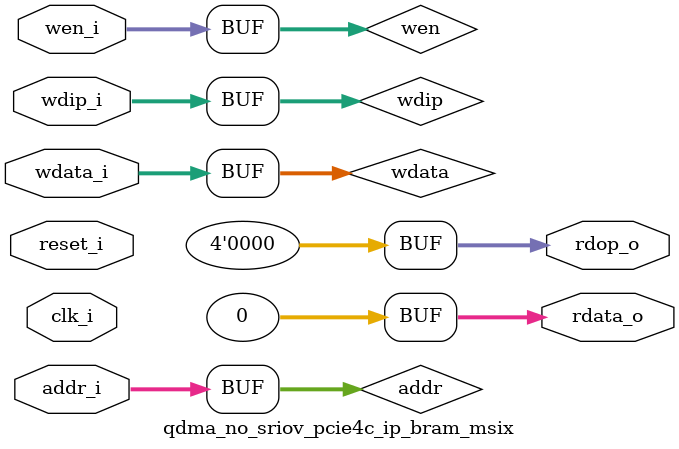
<source format=v>
`timescale 1ps/1ps

(* DowngradeIPIdentifiedWarnings = "yes" *)
module qdma_no_sriov_pcie4c_ip_bram_msix #(

  parameter           TCQ = 100
, parameter           TO_RAM_PIPELINE="FALSE"
, parameter           FROM_RAM_PIPELINE="FALSE"
, parameter           MSIX_CAP_TABLE_SIZE=11'h0
, parameter           MSIX_TABLE_RAM_ENABLE="FALSE"

  ) (

  input  wire         clk_i,
  input  wire         reset_i,

  input  wire  [12:0] addr_i,
  input  wire  [31:0] wdata_i,
  input  wire   [3:0] wdip_i,
  input  wire   [3:0] wen_i,
  output wire  [31:0] rdata_o,
  output wire   [3:0] rdop_o

  );

  // WIP : Use Total number of functions (PFs + VFs) to calculate the NUM_BRAM_4K
  localparam integer NUM_BRAM_4K = (MSIX_TABLE_RAM_ENABLE == "TRUE") ? 8 : 0 ;
 

  reg          [12:0] addr;
  reg          [12:0] addr_p0;
  reg          [12:0] addr_p1;
  reg          [31:0] wdata;
  reg           [3:0] wdip;
  reg           [3:0] wen;
  reg          [31:0] reg_rdata;
  reg           [3:0] reg_rdop;
  wire         [31:0] rdata;
  wire          [3:0] rdop;
  genvar              i;
  wire    [(8*4)-1:0] bram_4k_wen;
  wire   [(8*32)-1:0] rdata_t;
  wire    [(8*4)-1:0] rdop_t;

  //
  // Optional input pipe stages
  //
  generate

    if (TO_RAM_PIPELINE == "TRUE") begin : TORAMPIPELINE

      always @(posedge clk_i) begin
     
        if (reset_i) begin

          addr <= #(TCQ) 13'b0;
          wdata <= #(TCQ) 32'b0;
          wdip <= #(TCQ) 4'b0;
          wen <= #(TCQ) 4'b0;

        end else begin

          addr <= #(TCQ) addr_i;
          wdata <= #(TCQ) wdata_i;
          wdip <= #(TCQ) wdip_i;
          wen <= #(TCQ) wen_i;

        end

      end

    end else begin : NOTORAMPIPELINE

      always @(*) begin

          addr = addr_i;
          wdata = wdata_i;
          wdip = wdip_i;
          wen = wen_i;

      end


    end

  endgenerate

  // 
  // Address pipeline
  //
  always @(posedge clk_i) begin
     
    if (reset_i) begin

      addr_p0 <= #(TCQ) 13'b0;
      addr_p1 <= #(TCQ) 13'b0;

    end else begin

      addr_p0 <= #(TCQ) addr;
      addr_p1 <= #(TCQ) addr_p0;

    end

  end

  //
  // Optional output pipe stages
  //
  generate

    if (FROM_RAM_PIPELINE == "TRUE") begin : FRMRAMPIPELINE


      always @(posedge clk_i) begin
     
        if (reset_i) begin

          reg_rdata <= #(TCQ) 32'b0;
          reg_rdop <= #(TCQ) 4'b0;

        end else begin

          case (addr_p1[12:10]) 
            3'b000 : begin
              reg_rdata <= #(TCQ) rdata_t[(32*(0))+31:(32*(0))+0];
              reg_rdop <= #(TCQ) rdop_t[(4*(0))+3:(4*(0))+0];
            end
            3'b001 : begin
              reg_rdata <= #(TCQ) rdata_t[(32*(1))+31:(32*(1))+0];
              reg_rdop <= #(TCQ) rdop_t[(4*(1))+3:(4*(1))+0];
            end
            3'b010 : begin
              reg_rdata <= #(TCQ) rdata_t[(32*(2))+31:(32*(2))+0];
              reg_rdop <= #(TCQ) rdop_t[(4*(2))+3:(4*(2))+0];
            end
            3'b011 : begin
              reg_rdata <= #(TCQ) rdata_t[(32*(3))+31:(32*(3))+0];
              reg_rdop <= #(TCQ) rdop_t[(4*(3))+3:(4*(3))+0];
            end
            3'b100 : begin
              reg_rdata <= #(TCQ) rdata_t[(32*(4))+31:(32*(4))+0];
              reg_rdop <= #(TCQ) rdop_t[(4*(4))+3:(4*(4))+0];
            end
            3'b101 : begin
              reg_rdata <= #(TCQ) rdata_t[(32*(5))+31:(32*(5))+0];
              reg_rdop <= #(TCQ) rdop_t[(4*(5))+3:(4*(5))+0];
            end
            3'b110 : begin
              reg_rdata <= #(TCQ) rdata_t[(32*(6))+31:(32*(6))+0];
              reg_rdop <= #(TCQ) rdop_t[(4*(6))+3:(4*(6))+0];
            end
            3'b111 : begin
              reg_rdata <= #(TCQ) rdata_t[(32*(7))+31:(32*(7))+0];
              reg_rdop <= #(TCQ) rdop_t[(4*(7))+3:(4*(7))+0];
            end
          endcase

        end

      end

    end else begin : NOFRMRAMPIPELINE

      always @(*) begin

          case (addr_p1[12:10]) 
            3'b000 : begin
              reg_rdata <= #(TCQ) rdata_t[(32*(0))+31:(32*(0))+0];
              reg_rdop <= #(TCQ) rdop_t[(4*(0))+3:(4*(0))+0];
            end
            3'b001 : begin
              reg_rdata <= #(TCQ) rdata_t[(32*(1))+31:(32*(1))+0];
              reg_rdop <= #(TCQ) rdop_t[(4*(1))+3:(4*(1))+0];
            end
            3'b010 : begin
              reg_rdata <= #(TCQ) rdata_t[(32*(2))+31:(32*(2))+0];
              reg_rdop <= #(TCQ) rdop_t[(4*(2))+3:(4*(2))+0];
            end
            3'b011 : begin
              reg_rdata <= #(TCQ) rdata_t[(32*(3))+31:(32*(3))+0];
              reg_rdop <= #(TCQ) rdop_t[(4*(3))+3:(4*(3))+0];
            end
            3'b100 : begin
              reg_rdata <= #(TCQ) rdata_t[(32*(4))+31:(32*(4))+0];
              reg_rdop <= #(TCQ) rdop_t[(4*(4))+3:(4*(4))+0];
            end
            3'b101 : begin
              reg_rdata <= #(TCQ) rdata_t[(32*(5))+31:(32*(5))+0];
              reg_rdop <= #(TCQ) rdop_t[(4*(5))+3:(4*(5))+0];
            end
            3'b110 : begin
              reg_rdata <= #(TCQ) rdata_t[(32*(6))+31:(32*(6))+0];
              reg_rdop <= #(TCQ) rdop_t[(4*(6))+3:(4*(6))+0];
            end
            3'b111 : begin
              reg_rdata <= #(TCQ) rdata_t[(32*(7))+31:(32*(7))+0];
              reg_rdop <= #(TCQ) rdop_t[(4*(7))+3:(4*(7))+0];
            end
          endcase

      end

    end
  
  endgenerate

  assign rdata_o = (MSIX_TABLE_RAM_ENABLE == "TRUE") ?  reg_rdata : 32'h0;
  assign rdop_o = (MSIX_TABLE_RAM_ENABLE == "TRUE") ? reg_rdop : 4'h0;

  generate 
  
    for (i=0; i<NUM_BRAM_4K; i=i+1) begin : BRAM4K

      qdma_no_sriov_pcie4c_ip_bram_4k_int #(
          .TCQ(TCQ)
        )
        bram_4k_int (
    
          .clk_i (clk_i),
          .reset_i (reset_i),
    
          .addr_i(addr[9:0]),
          .wdata_i(wdata),
          .wdip_i(wdip),
          .wen_i(bram_4k_wen[(4*(i))+3:(4*(i))+0]),
          .rdata_o(rdata_t[(32*i)+31:(32*i)+0]),
          .rdop_o(rdop_t[(4*i)+3:(4*i)+0]),
          .baddr_i(10'b0),
          .brdata_o()

      );
      assign bram_4k_wen[(4*(i))+3:(4*(i))+0] = wen & {4{(i == addr[12:10])}};  
      
    end

  endgenerate

endmodule

</source>
